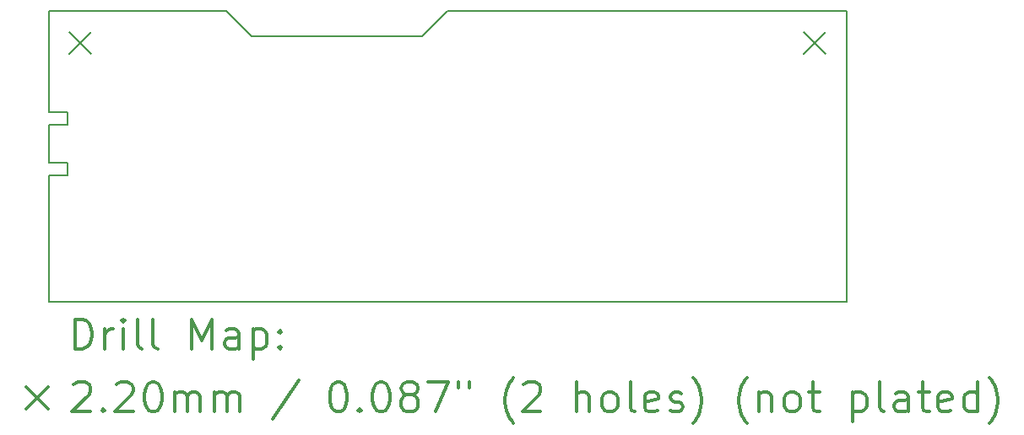
<source format=gbr>
%FSLAX45Y45*%
G04 Gerber Fmt 4.5, Leading zero omitted, Abs format (unit mm)*
G04 Created by KiCad (PCBNEW 4.0.7) date Sun Nov 12 16:40:51 2017*
%MOMM*%
%LPD*%
G01*
G04 APERTURE LIST*
%ADD10C,0.127000*%
%ADD11C,0.150000*%
%ADD12C,0.200000*%
%ADD13C,0.300000*%
G04 APERTURE END LIST*
D10*
D11*
X7366000Y-16002000D02*
X7366000Y-17272000D01*
X7556500Y-16002000D02*
X7366000Y-16002000D01*
X7556500Y-15875000D02*
X7556500Y-16002000D01*
X7366000Y-15875000D02*
X7556500Y-15875000D01*
X7366000Y-15494000D02*
X7366000Y-15875000D01*
X7556500Y-15494000D02*
X7366000Y-15494000D01*
X7556500Y-15367000D02*
X7556500Y-15494000D01*
X7366000Y-15367000D02*
X7556500Y-15367000D01*
X7366000Y-14922500D02*
X7366000Y-15367000D01*
X11366500Y-14351000D02*
X15367000Y-14351000D01*
X11112500Y-14605000D02*
X11366500Y-14351000D01*
X9398000Y-14605000D02*
X11112500Y-14605000D01*
X9144000Y-14351000D02*
X9398000Y-14605000D01*
X7366000Y-14351000D02*
X9144000Y-14351000D01*
X15367000Y-14351000D02*
X15367000Y-17208500D01*
X7366000Y-14541500D02*
X7366000Y-14351000D01*
X7366000Y-14922500D02*
X7366000Y-14541500D01*
X15367000Y-17272000D02*
X7747000Y-17272000D01*
X15367000Y-17208500D02*
X15367000Y-17272000D01*
X7747000Y-17272000D02*
X7366000Y-17272000D01*
D12*
X7573500Y-14558500D02*
X7793500Y-14778500D01*
X7793500Y-14558500D02*
X7573500Y-14778500D01*
X14939500Y-14558500D02*
X15159500Y-14778500D01*
X15159500Y-14558500D02*
X14939500Y-14778500D01*
D13*
X7629928Y-17745214D02*
X7629928Y-17445214D01*
X7701357Y-17445214D01*
X7744214Y-17459500D01*
X7772786Y-17488072D01*
X7787071Y-17516643D01*
X7801357Y-17573786D01*
X7801357Y-17616643D01*
X7787071Y-17673786D01*
X7772786Y-17702357D01*
X7744214Y-17730929D01*
X7701357Y-17745214D01*
X7629928Y-17745214D01*
X7929928Y-17745214D02*
X7929928Y-17545214D01*
X7929928Y-17602357D02*
X7944214Y-17573786D01*
X7958500Y-17559500D01*
X7987071Y-17545214D01*
X8015643Y-17545214D01*
X8115643Y-17745214D02*
X8115643Y-17545214D01*
X8115643Y-17445214D02*
X8101357Y-17459500D01*
X8115643Y-17473786D01*
X8129928Y-17459500D01*
X8115643Y-17445214D01*
X8115643Y-17473786D01*
X8301357Y-17745214D02*
X8272786Y-17730929D01*
X8258500Y-17702357D01*
X8258500Y-17445214D01*
X8458500Y-17745214D02*
X8429929Y-17730929D01*
X8415643Y-17702357D01*
X8415643Y-17445214D01*
X8801357Y-17745214D02*
X8801357Y-17445214D01*
X8901357Y-17659500D01*
X9001357Y-17445214D01*
X9001357Y-17745214D01*
X9272786Y-17745214D02*
X9272786Y-17588072D01*
X9258500Y-17559500D01*
X9229929Y-17545214D01*
X9172786Y-17545214D01*
X9144214Y-17559500D01*
X9272786Y-17730929D02*
X9244214Y-17745214D01*
X9172786Y-17745214D01*
X9144214Y-17730929D01*
X9129929Y-17702357D01*
X9129929Y-17673786D01*
X9144214Y-17645214D01*
X9172786Y-17630929D01*
X9244214Y-17630929D01*
X9272786Y-17616643D01*
X9415643Y-17545214D02*
X9415643Y-17845214D01*
X9415643Y-17559500D02*
X9444214Y-17545214D01*
X9501357Y-17545214D01*
X9529929Y-17559500D01*
X9544214Y-17573786D01*
X9558500Y-17602357D01*
X9558500Y-17688072D01*
X9544214Y-17716643D01*
X9529929Y-17730929D01*
X9501357Y-17745214D01*
X9444214Y-17745214D01*
X9415643Y-17730929D01*
X9687071Y-17716643D02*
X9701357Y-17730929D01*
X9687071Y-17745214D01*
X9672786Y-17730929D01*
X9687071Y-17716643D01*
X9687071Y-17745214D01*
X9687071Y-17559500D02*
X9701357Y-17573786D01*
X9687071Y-17588072D01*
X9672786Y-17573786D01*
X9687071Y-17559500D01*
X9687071Y-17588072D01*
X7138500Y-18129500D02*
X7358500Y-18349500D01*
X7358500Y-18129500D02*
X7138500Y-18349500D01*
X7615643Y-18103786D02*
X7629928Y-18089500D01*
X7658500Y-18075214D01*
X7729928Y-18075214D01*
X7758500Y-18089500D01*
X7772786Y-18103786D01*
X7787071Y-18132357D01*
X7787071Y-18160929D01*
X7772786Y-18203786D01*
X7601357Y-18375214D01*
X7787071Y-18375214D01*
X7915643Y-18346643D02*
X7929928Y-18360929D01*
X7915643Y-18375214D01*
X7901357Y-18360929D01*
X7915643Y-18346643D01*
X7915643Y-18375214D01*
X8044214Y-18103786D02*
X8058500Y-18089500D01*
X8087071Y-18075214D01*
X8158500Y-18075214D01*
X8187071Y-18089500D01*
X8201357Y-18103786D01*
X8215643Y-18132357D01*
X8215643Y-18160929D01*
X8201357Y-18203786D01*
X8029928Y-18375214D01*
X8215643Y-18375214D01*
X8401357Y-18075214D02*
X8429929Y-18075214D01*
X8458500Y-18089500D01*
X8472786Y-18103786D01*
X8487071Y-18132357D01*
X8501357Y-18189500D01*
X8501357Y-18260929D01*
X8487071Y-18318072D01*
X8472786Y-18346643D01*
X8458500Y-18360929D01*
X8429929Y-18375214D01*
X8401357Y-18375214D01*
X8372786Y-18360929D01*
X8358500Y-18346643D01*
X8344214Y-18318072D01*
X8329928Y-18260929D01*
X8329928Y-18189500D01*
X8344214Y-18132357D01*
X8358500Y-18103786D01*
X8372786Y-18089500D01*
X8401357Y-18075214D01*
X8629929Y-18375214D02*
X8629929Y-18175214D01*
X8629929Y-18203786D02*
X8644214Y-18189500D01*
X8672786Y-18175214D01*
X8715643Y-18175214D01*
X8744214Y-18189500D01*
X8758500Y-18218072D01*
X8758500Y-18375214D01*
X8758500Y-18218072D02*
X8772786Y-18189500D01*
X8801357Y-18175214D01*
X8844214Y-18175214D01*
X8872786Y-18189500D01*
X8887071Y-18218072D01*
X8887071Y-18375214D01*
X9029929Y-18375214D02*
X9029929Y-18175214D01*
X9029929Y-18203786D02*
X9044214Y-18189500D01*
X9072786Y-18175214D01*
X9115643Y-18175214D01*
X9144214Y-18189500D01*
X9158500Y-18218072D01*
X9158500Y-18375214D01*
X9158500Y-18218072D02*
X9172786Y-18189500D01*
X9201357Y-18175214D01*
X9244214Y-18175214D01*
X9272786Y-18189500D01*
X9287071Y-18218072D01*
X9287071Y-18375214D01*
X9872786Y-18060929D02*
X9615643Y-18446643D01*
X10258500Y-18075214D02*
X10287071Y-18075214D01*
X10315643Y-18089500D01*
X10329928Y-18103786D01*
X10344214Y-18132357D01*
X10358500Y-18189500D01*
X10358500Y-18260929D01*
X10344214Y-18318072D01*
X10329928Y-18346643D01*
X10315643Y-18360929D01*
X10287071Y-18375214D01*
X10258500Y-18375214D01*
X10229928Y-18360929D01*
X10215643Y-18346643D01*
X10201357Y-18318072D01*
X10187071Y-18260929D01*
X10187071Y-18189500D01*
X10201357Y-18132357D01*
X10215643Y-18103786D01*
X10229928Y-18089500D01*
X10258500Y-18075214D01*
X10487071Y-18346643D02*
X10501357Y-18360929D01*
X10487071Y-18375214D01*
X10472786Y-18360929D01*
X10487071Y-18346643D01*
X10487071Y-18375214D01*
X10687071Y-18075214D02*
X10715643Y-18075214D01*
X10744214Y-18089500D01*
X10758500Y-18103786D01*
X10772786Y-18132357D01*
X10787071Y-18189500D01*
X10787071Y-18260929D01*
X10772786Y-18318072D01*
X10758500Y-18346643D01*
X10744214Y-18360929D01*
X10715643Y-18375214D01*
X10687071Y-18375214D01*
X10658500Y-18360929D01*
X10644214Y-18346643D01*
X10629928Y-18318072D01*
X10615643Y-18260929D01*
X10615643Y-18189500D01*
X10629928Y-18132357D01*
X10644214Y-18103786D01*
X10658500Y-18089500D01*
X10687071Y-18075214D01*
X10958500Y-18203786D02*
X10929928Y-18189500D01*
X10915643Y-18175214D01*
X10901357Y-18146643D01*
X10901357Y-18132357D01*
X10915643Y-18103786D01*
X10929928Y-18089500D01*
X10958500Y-18075214D01*
X11015643Y-18075214D01*
X11044214Y-18089500D01*
X11058500Y-18103786D01*
X11072786Y-18132357D01*
X11072786Y-18146643D01*
X11058500Y-18175214D01*
X11044214Y-18189500D01*
X11015643Y-18203786D01*
X10958500Y-18203786D01*
X10929928Y-18218072D01*
X10915643Y-18232357D01*
X10901357Y-18260929D01*
X10901357Y-18318072D01*
X10915643Y-18346643D01*
X10929928Y-18360929D01*
X10958500Y-18375214D01*
X11015643Y-18375214D01*
X11044214Y-18360929D01*
X11058500Y-18346643D01*
X11072786Y-18318072D01*
X11072786Y-18260929D01*
X11058500Y-18232357D01*
X11044214Y-18218072D01*
X11015643Y-18203786D01*
X11172786Y-18075214D02*
X11372785Y-18075214D01*
X11244214Y-18375214D01*
X11472786Y-18075214D02*
X11472786Y-18132357D01*
X11587071Y-18075214D02*
X11587071Y-18132357D01*
X12029928Y-18489500D02*
X12015643Y-18475214D01*
X11987071Y-18432357D01*
X11972785Y-18403786D01*
X11958500Y-18360929D01*
X11944214Y-18289500D01*
X11944214Y-18232357D01*
X11958500Y-18160929D01*
X11972785Y-18118072D01*
X11987071Y-18089500D01*
X12015643Y-18046643D01*
X12029928Y-18032357D01*
X12129928Y-18103786D02*
X12144214Y-18089500D01*
X12172785Y-18075214D01*
X12244214Y-18075214D01*
X12272785Y-18089500D01*
X12287071Y-18103786D01*
X12301357Y-18132357D01*
X12301357Y-18160929D01*
X12287071Y-18203786D01*
X12115643Y-18375214D01*
X12301357Y-18375214D01*
X12658500Y-18375214D02*
X12658500Y-18075214D01*
X12787071Y-18375214D02*
X12787071Y-18218072D01*
X12772785Y-18189500D01*
X12744214Y-18175214D01*
X12701357Y-18175214D01*
X12672785Y-18189500D01*
X12658500Y-18203786D01*
X12972785Y-18375214D02*
X12944214Y-18360929D01*
X12929928Y-18346643D01*
X12915643Y-18318072D01*
X12915643Y-18232357D01*
X12929928Y-18203786D01*
X12944214Y-18189500D01*
X12972785Y-18175214D01*
X13015643Y-18175214D01*
X13044214Y-18189500D01*
X13058500Y-18203786D01*
X13072785Y-18232357D01*
X13072785Y-18318072D01*
X13058500Y-18346643D01*
X13044214Y-18360929D01*
X13015643Y-18375214D01*
X12972785Y-18375214D01*
X13244214Y-18375214D02*
X13215643Y-18360929D01*
X13201357Y-18332357D01*
X13201357Y-18075214D01*
X13472786Y-18360929D02*
X13444214Y-18375214D01*
X13387071Y-18375214D01*
X13358500Y-18360929D01*
X13344214Y-18332357D01*
X13344214Y-18218072D01*
X13358500Y-18189500D01*
X13387071Y-18175214D01*
X13444214Y-18175214D01*
X13472786Y-18189500D01*
X13487071Y-18218072D01*
X13487071Y-18246643D01*
X13344214Y-18275214D01*
X13601357Y-18360929D02*
X13629928Y-18375214D01*
X13687071Y-18375214D01*
X13715643Y-18360929D01*
X13729928Y-18332357D01*
X13729928Y-18318072D01*
X13715643Y-18289500D01*
X13687071Y-18275214D01*
X13644214Y-18275214D01*
X13615643Y-18260929D01*
X13601357Y-18232357D01*
X13601357Y-18218072D01*
X13615643Y-18189500D01*
X13644214Y-18175214D01*
X13687071Y-18175214D01*
X13715643Y-18189500D01*
X13829928Y-18489500D02*
X13844214Y-18475214D01*
X13872786Y-18432357D01*
X13887071Y-18403786D01*
X13901357Y-18360929D01*
X13915643Y-18289500D01*
X13915643Y-18232357D01*
X13901357Y-18160929D01*
X13887071Y-18118072D01*
X13872786Y-18089500D01*
X13844214Y-18046643D01*
X13829928Y-18032357D01*
X14372786Y-18489500D02*
X14358500Y-18475214D01*
X14329928Y-18432357D01*
X14315643Y-18403786D01*
X14301357Y-18360929D01*
X14287071Y-18289500D01*
X14287071Y-18232357D01*
X14301357Y-18160929D01*
X14315643Y-18118072D01*
X14329928Y-18089500D01*
X14358500Y-18046643D01*
X14372786Y-18032357D01*
X14487071Y-18175214D02*
X14487071Y-18375214D01*
X14487071Y-18203786D02*
X14501357Y-18189500D01*
X14529928Y-18175214D01*
X14572786Y-18175214D01*
X14601357Y-18189500D01*
X14615643Y-18218072D01*
X14615643Y-18375214D01*
X14801357Y-18375214D02*
X14772786Y-18360929D01*
X14758500Y-18346643D01*
X14744214Y-18318072D01*
X14744214Y-18232357D01*
X14758500Y-18203786D01*
X14772786Y-18189500D01*
X14801357Y-18175214D01*
X14844214Y-18175214D01*
X14872786Y-18189500D01*
X14887071Y-18203786D01*
X14901357Y-18232357D01*
X14901357Y-18318072D01*
X14887071Y-18346643D01*
X14872786Y-18360929D01*
X14844214Y-18375214D01*
X14801357Y-18375214D01*
X14987071Y-18175214D02*
X15101357Y-18175214D01*
X15029928Y-18075214D02*
X15029928Y-18332357D01*
X15044214Y-18360929D01*
X15072786Y-18375214D01*
X15101357Y-18375214D01*
X15429928Y-18175214D02*
X15429928Y-18475214D01*
X15429928Y-18189500D02*
X15458500Y-18175214D01*
X15515643Y-18175214D01*
X15544214Y-18189500D01*
X15558500Y-18203786D01*
X15572786Y-18232357D01*
X15572786Y-18318072D01*
X15558500Y-18346643D01*
X15544214Y-18360929D01*
X15515643Y-18375214D01*
X15458500Y-18375214D01*
X15429928Y-18360929D01*
X15744214Y-18375214D02*
X15715643Y-18360929D01*
X15701357Y-18332357D01*
X15701357Y-18075214D01*
X15987071Y-18375214D02*
X15987071Y-18218072D01*
X15972786Y-18189500D01*
X15944214Y-18175214D01*
X15887071Y-18175214D01*
X15858500Y-18189500D01*
X15987071Y-18360929D02*
X15958500Y-18375214D01*
X15887071Y-18375214D01*
X15858500Y-18360929D01*
X15844214Y-18332357D01*
X15844214Y-18303786D01*
X15858500Y-18275214D01*
X15887071Y-18260929D01*
X15958500Y-18260929D01*
X15987071Y-18246643D01*
X16087071Y-18175214D02*
X16201357Y-18175214D01*
X16129929Y-18075214D02*
X16129929Y-18332357D01*
X16144214Y-18360929D01*
X16172786Y-18375214D01*
X16201357Y-18375214D01*
X16415643Y-18360929D02*
X16387071Y-18375214D01*
X16329929Y-18375214D01*
X16301357Y-18360929D01*
X16287071Y-18332357D01*
X16287071Y-18218072D01*
X16301357Y-18189500D01*
X16329929Y-18175214D01*
X16387071Y-18175214D01*
X16415643Y-18189500D01*
X16429929Y-18218072D01*
X16429929Y-18246643D01*
X16287071Y-18275214D01*
X16687071Y-18375214D02*
X16687071Y-18075214D01*
X16687071Y-18360929D02*
X16658500Y-18375214D01*
X16601357Y-18375214D01*
X16572786Y-18360929D01*
X16558500Y-18346643D01*
X16544214Y-18318072D01*
X16544214Y-18232357D01*
X16558500Y-18203786D01*
X16572786Y-18189500D01*
X16601357Y-18175214D01*
X16658500Y-18175214D01*
X16687071Y-18189500D01*
X16801357Y-18489500D02*
X16815643Y-18475214D01*
X16844214Y-18432357D01*
X16858500Y-18403786D01*
X16872786Y-18360929D01*
X16887072Y-18289500D01*
X16887072Y-18232357D01*
X16872786Y-18160929D01*
X16858500Y-18118072D01*
X16844214Y-18089500D01*
X16815643Y-18046643D01*
X16801357Y-18032357D01*
M02*

</source>
